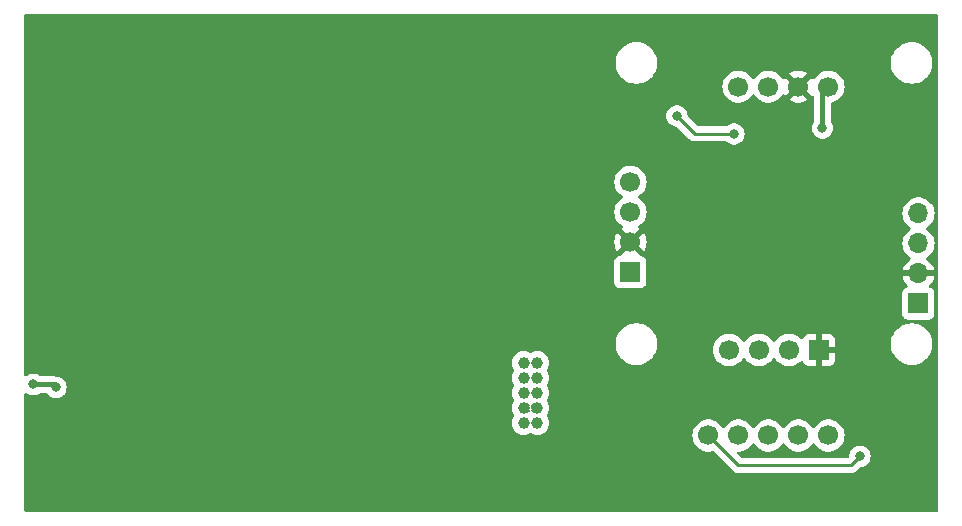
<source format=gbr>
%TF.GenerationSoftware,KiCad,Pcbnew,7.0.11*%
%TF.CreationDate,2024-10-30T13:42:53+11:00*%
%TF.ProjectId,iaq_device,6961715f-6465-4766-9963-652e6b696361,rev?*%
%TF.SameCoordinates,Original*%
%TF.FileFunction,Copper,L2,Bot*%
%TF.FilePolarity,Positive*%
%FSLAX46Y46*%
G04 Gerber Fmt 4.6, Leading zero omitted, Abs format (unit mm)*
G04 Created by KiCad (PCBNEW 7.0.11) date 2024-10-30 13:42:53*
%MOMM*%
%LPD*%
G01*
G04 APERTURE LIST*
%TA.AperFunction,ComponentPad*%
%ADD10R,1.700000X1.700000*%
%TD*%
%TA.AperFunction,ComponentPad*%
%ADD11C,1.700000*%
%TD*%
%TA.AperFunction,ComponentPad*%
%ADD12O,1.700000X1.700000*%
%TD*%
%TA.AperFunction,ComponentPad*%
%ADD13C,1.000000*%
%TD*%
%TA.AperFunction,ViaPad*%
%ADD14C,0.800000*%
%TD*%
%TA.AperFunction,Conductor*%
%ADD15C,0.400000*%
%TD*%
%TA.AperFunction,Conductor*%
%ADD16C,0.254000*%
%TD*%
G04 APERTURE END LIST*
D10*
X166590000Y-102870000D03*
D11*
X164050000Y-102870000D03*
X161510000Y-102870000D03*
X158970000Y-102870000D03*
D10*
X175006000Y-98933000D03*
D12*
X175006000Y-96393000D03*
X175006000Y-93853000D03*
X175006000Y-91313000D03*
D10*
X150622000Y-96266000D03*
D11*
X150622000Y-93726000D03*
X150622000Y-91186000D03*
X150622000Y-88646000D03*
X167386000Y-110109000D03*
X164846000Y-110109000D03*
X162306000Y-110109000D03*
X159766000Y-110109000D03*
X157226000Y-110109000D03*
X167386000Y-80569000D03*
X164846000Y-80569000D03*
X162306000Y-80569000D03*
X159766000Y-80569000D03*
D13*
X142740000Y-109052000D03*
X141580000Y-109052000D03*
X142740000Y-107782000D03*
X141580000Y-107782000D03*
X142740000Y-106512000D03*
X141580000Y-106512000D03*
X142740000Y-105242000D03*
X141580000Y-105242000D03*
X142740000Y-103972000D03*
X141580000Y-103972000D03*
D14*
X144272000Y-79629000D03*
X103632000Y-76962000D03*
X106807000Y-76962000D03*
X106807000Y-79121000D03*
X138049000Y-103378000D03*
X130429000Y-107061000D03*
X169164000Y-101981000D03*
X113030000Y-86995000D03*
X147005574Y-98044000D03*
X112395000Y-114173000D03*
X144272000Y-75819000D03*
X129159000Y-114173000D03*
X124587000Y-82296000D03*
X174244000Y-84582000D03*
X101854000Y-113157000D03*
X150495000Y-84455000D03*
X126619000Y-101346000D03*
X164338000Y-77089000D03*
X155200588Y-98284060D03*
X105918000Y-114173000D03*
X172720000Y-105664000D03*
X129794000Y-104267000D03*
X134747000Y-93599000D03*
X120396000Y-93599000D03*
X167005000Y-106680000D03*
X157226000Y-89281000D03*
X133731000Y-82423000D03*
X122301000Y-114173000D03*
X158877000Y-77089000D03*
X104013000Y-93218000D03*
X102108000Y-103505000D03*
X107315000Y-90424000D03*
X99861000Y-107823000D03*
X147066000Y-102616000D03*
X132080000Y-114173000D03*
X147744827Y-94487671D03*
X172974000Y-114046000D03*
X119634000Y-114173000D03*
X103632000Y-79121000D03*
X145161000Y-107823000D03*
X139319000Y-114173000D03*
X128778000Y-82296000D03*
X100076000Y-105791000D03*
X101981000Y-106045000D03*
X166878000Y-84074000D03*
X159385000Y-84582000D03*
X154559000Y-83058000D03*
X170053000Y-111887002D03*
D15*
X101727000Y-105791000D02*
X101981000Y-106045000D01*
X100076000Y-105791000D02*
X101727000Y-105791000D01*
X166878000Y-84074000D02*
X166878000Y-81077000D01*
X166878000Y-81077000D02*
X167386000Y-80569000D01*
D16*
X156083000Y-84582000D02*
X154559000Y-83058000D01*
X159385000Y-84582000D02*
X156083000Y-84582000D01*
X159766000Y-112649000D02*
X169291002Y-112649000D01*
X157226000Y-110109000D02*
X159766000Y-112649000D01*
X169291002Y-112649000D02*
X170053000Y-111887002D01*
%TA.AperFunction,Conductor*%
G36*
X142055547Y-107498596D02*
G01*
X142085616Y-107562911D01*
X142076139Y-107633272D01*
X142050159Y-107671050D01*
X141939210Y-107781999D01*
X141939210Y-107782001D01*
X142050158Y-107892949D01*
X142084184Y-107955261D01*
X142079119Y-108026076D01*
X142036572Y-108082912D01*
X141970052Y-108107723D01*
X141924488Y-108102619D01*
X141824803Y-108072380D01*
X141777701Y-108058092D01*
X141777700Y-108058091D01*
X141777694Y-108058090D01*
X141714091Y-108051825D01*
X141785610Y-108007543D01*
X141853201Y-107918038D01*
X141883895Y-107810160D01*
X141873546Y-107698479D01*
X141823552Y-107598078D01*
X141740666Y-107522516D01*
X141713993Y-107512183D01*
X141777697Y-107505909D01*
X141777699Y-107505908D01*
X141777701Y-107505908D01*
X141924487Y-107461380D01*
X141995481Y-107460747D01*
X142055547Y-107498596D01*
G37*
%TD.AperFunction*%
%TA.AperFunction,Conductor*%
G36*
X142395508Y-107461379D02*
G01*
X142542299Y-107505908D01*
X142542305Y-107505908D01*
X142542307Y-107505909D01*
X142605909Y-107512173D01*
X142534390Y-107556457D01*
X142466799Y-107645962D01*
X142436105Y-107753840D01*
X142446454Y-107865521D01*
X142496448Y-107965922D01*
X142579334Y-108041484D01*
X142606005Y-108051816D01*
X142542305Y-108058090D01*
X142395511Y-108102619D01*
X142324517Y-108103252D01*
X142264451Y-108065402D01*
X142234383Y-108001087D01*
X142243860Y-107930726D01*
X142269841Y-107892948D01*
X142380790Y-107781999D01*
X142269841Y-107671050D01*
X142235815Y-107608738D01*
X142240880Y-107537923D01*
X142283427Y-107481087D01*
X142349947Y-107456276D01*
X142395508Y-107461379D01*
G37*
%TD.AperFunction*%
%TA.AperFunction,Conductor*%
G36*
X141282287Y-107820554D02*
G01*
X141275859Y-107808783D01*
X141278184Y-107776275D01*
X141282287Y-107820554D01*
G37*
%TD.AperFunction*%
%TA.AperFunction,Conductor*%
G36*
X143044140Y-107755216D02*
G01*
X143041815Y-107787717D01*
X143037712Y-107743446D01*
X143044140Y-107755216D01*
G37*
%TD.AperFunction*%
%TA.AperFunction,Conductor*%
G36*
X176599121Y-74442002D02*
G01*
X176645614Y-74495658D01*
X176657000Y-74548000D01*
X176657000Y-116460000D01*
X176636998Y-116528121D01*
X176583342Y-116574614D01*
X176531000Y-116586000D01*
X147828000Y-116586000D01*
X99440000Y-116586000D01*
X99371879Y-116565998D01*
X99325386Y-116512342D01*
X99314000Y-116460000D01*
X99314000Y-110109000D01*
X155862844Y-110109000D01*
X155881437Y-110333375D01*
X155936702Y-110551612D01*
X155936703Y-110551613D01*
X156027141Y-110757793D01*
X156150275Y-110946265D01*
X156150279Y-110946270D01*
X156302762Y-111111908D01*
X156357331Y-111154381D01*
X156480424Y-111250189D01*
X156678426Y-111357342D01*
X156678427Y-111357342D01*
X156678428Y-111357343D01*
X156790227Y-111395723D01*
X156891365Y-111430444D01*
X157113431Y-111467500D01*
X157113435Y-111467500D01*
X157338565Y-111467500D01*
X157338569Y-111467500D01*
X157560635Y-111430444D01*
X157560645Y-111430440D01*
X157561507Y-111430223D01*
X157561875Y-111430236D01*
X157565776Y-111429586D01*
X157565909Y-111430388D01*
X157632453Y-111432887D01*
X157681539Y-111463271D01*
X159257182Y-113038914D01*
X159267169Y-113051379D01*
X159267393Y-113051194D01*
X159272446Y-113057302D01*
X159322280Y-113104099D01*
X159325124Y-113106856D01*
X159344900Y-113126633D01*
X159344908Y-113126640D01*
X159348119Y-113129131D01*
X159357139Y-113136834D01*
X159389494Y-113167217D01*
X159407335Y-113177025D01*
X159423854Y-113187877D01*
X159439932Y-113200349D01*
X159480650Y-113217969D01*
X159491309Y-113223191D01*
X159530193Y-113244567D01*
X159530194Y-113244567D01*
X159530197Y-113244569D01*
X159549918Y-113249632D01*
X159568620Y-113256037D01*
X159587289Y-113264116D01*
X159587290Y-113264116D01*
X159587292Y-113264117D01*
X159631114Y-113271057D01*
X159642742Y-113273465D01*
X159685718Y-113284500D01*
X159706066Y-113284500D01*
X159725775Y-113286050D01*
X159745879Y-113289235D01*
X159790056Y-113285058D01*
X159801913Y-113284500D01*
X169206932Y-113284500D01*
X169222800Y-113286252D01*
X169222828Y-113285962D01*
X169230720Y-113286708D01*
X169230720Y-113286707D01*
X169230721Y-113286708D01*
X169299014Y-113284562D01*
X169302971Y-113284500D01*
X169330985Y-113284500D01*
X169335015Y-113283990D01*
X169346853Y-113283058D01*
X169391207Y-113281665D01*
X169410753Y-113275985D01*
X169430104Y-113271978D01*
X169450301Y-113269427D01*
X169491557Y-113253092D01*
X169502780Y-113249249D01*
X169545395Y-113236869D01*
X169562909Y-113226510D01*
X169580658Y-113217814D01*
X169599590Y-113210319D01*
X169635496Y-113184230D01*
X169645396Y-113177727D01*
X169683600Y-113155134D01*
X169697986Y-113140747D01*
X169713020Y-113127906D01*
X169729489Y-113115942D01*
X169757784Y-113081737D01*
X169765754Y-113072978D01*
X170006328Y-112832406D01*
X170068640Y-112798381D01*
X170095423Y-112795502D01*
X170148487Y-112795502D01*
X170335288Y-112755796D01*
X170509752Y-112678120D01*
X170664253Y-112565868D01*
X170792040Y-112423946D01*
X170887527Y-112258558D01*
X170946542Y-112076930D01*
X170966504Y-111887002D01*
X170946542Y-111697074D01*
X170887527Y-111515446D01*
X170792040Y-111350058D01*
X170792038Y-111350056D01*
X170792034Y-111350050D01*
X170664255Y-111208137D01*
X170509752Y-111095884D01*
X170335288Y-111018208D01*
X170148487Y-110978502D01*
X169957513Y-110978502D01*
X169770711Y-111018208D01*
X169596247Y-111095884D01*
X169441745Y-111208137D01*
X169441744Y-111208137D01*
X169313965Y-111350050D01*
X169313958Y-111350060D01*
X169218476Y-111515440D01*
X169218473Y-111515446D01*
X169203999Y-111559988D01*
X169159457Y-111697074D01*
X169142425Y-111859132D01*
X169115412Y-111924789D01*
X169106212Y-111935056D01*
X169064675Y-111976594D01*
X169002363Y-112010620D01*
X168975578Y-112013500D01*
X160081423Y-112013500D01*
X160013302Y-111993498D01*
X159992328Y-111976595D01*
X159698328Y-111682595D01*
X159664302Y-111620283D01*
X159669367Y-111549468D01*
X159711914Y-111492632D01*
X159778434Y-111467821D01*
X159787423Y-111467500D01*
X159878565Y-111467500D01*
X159878569Y-111467500D01*
X160100635Y-111430444D01*
X160313574Y-111357342D01*
X160511576Y-111250189D01*
X160689240Y-111111906D01*
X160841722Y-110946268D01*
X160930518Y-110810354D01*
X160984520Y-110764268D01*
X161054868Y-110754692D01*
X161119225Y-110784669D01*
X161141480Y-110810353D01*
X161174607Y-110861058D01*
X161230275Y-110946265D01*
X161230279Y-110946270D01*
X161382762Y-111111908D01*
X161437331Y-111154381D01*
X161560424Y-111250189D01*
X161758426Y-111357342D01*
X161758427Y-111357342D01*
X161758428Y-111357343D01*
X161870227Y-111395723D01*
X161971365Y-111430444D01*
X162193431Y-111467500D01*
X162193435Y-111467500D01*
X162418565Y-111467500D01*
X162418569Y-111467500D01*
X162640635Y-111430444D01*
X162853574Y-111357342D01*
X163051576Y-111250189D01*
X163229240Y-111111906D01*
X163381722Y-110946268D01*
X163470518Y-110810354D01*
X163524520Y-110764268D01*
X163594868Y-110754692D01*
X163659225Y-110784669D01*
X163681480Y-110810353D01*
X163714607Y-110861058D01*
X163770275Y-110946265D01*
X163770279Y-110946270D01*
X163922762Y-111111908D01*
X163977331Y-111154381D01*
X164100424Y-111250189D01*
X164298426Y-111357342D01*
X164298427Y-111357342D01*
X164298428Y-111357343D01*
X164410227Y-111395723D01*
X164511365Y-111430444D01*
X164733431Y-111467500D01*
X164733435Y-111467500D01*
X164958565Y-111467500D01*
X164958569Y-111467500D01*
X165180635Y-111430444D01*
X165393574Y-111357342D01*
X165591576Y-111250189D01*
X165769240Y-111111906D01*
X165921722Y-110946268D01*
X166010518Y-110810354D01*
X166064520Y-110764268D01*
X166134868Y-110754692D01*
X166199225Y-110784669D01*
X166221480Y-110810353D01*
X166254607Y-110861058D01*
X166310275Y-110946265D01*
X166310279Y-110946270D01*
X166462762Y-111111908D01*
X166517331Y-111154381D01*
X166640424Y-111250189D01*
X166838426Y-111357342D01*
X166838427Y-111357342D01*
X166838428Y-111357343D01*
X166950227Y-111395723D01*
X167051365Y-111430444D01*
X167273431Y-111467500D01*
X167273435Y-111467500D01*
X167498565Y-111467500D01*
X167498569Y-111467500D01*
X167720635Y-111430444D01*
X167933574Y-111357342D01*
X168131576Y-111250189D01*
X168309240Y-111111906D01*
X168461722Y-110946268D01*
X168584860Y-110757791D01*
X168675296Y-110551616D01*
X168730564Y-110333368D01*
X168749156Y-110109000D01*
X168730564Y-109884632D01*
X168675296Y-109666384D01*
X168584860Y-109460209D01*
X168571529Y-109439804D01*
X168461724Y-109271734D01*
X168461720Y-109271729D01*
X168309237Y-109106091D01*
X168227382Y-109042381D01*
X168131576Y-108967811D01*
X167933574Y-108860658D01*
X167933572Y-108860657D01*
X167933571Y-108860656D01*
X167720639Y-108787557D01*
X167720630Y-108787555D01*
X167676476Y-108780187D01*
X167498569Y-108750500D01*
X167273431Y-108750500D01*
X167125211Y-108775233D01*
X167051369Y-108787555D01*
X167051360Y-108787557D01*
X166838428Y-108860656D01*
X166838426Y-108860658D01*
X166640426Y-108967810D01*
X166640424Y-108967811D01*
X166462762Y-109106091D01*
X166310279Y-109271729D01*
X166221483Y-109407643D01*
X166167479Y-109453731D01*
X166097131Y-109463306D01*
X166032774Y-109433329D01*
X166010517Y-109407643D01*
X165921720Y-109271729D01*
X165769237Y-109106091D01*
X165687382Y-109042381D01*
X165591576Y-108967811D01*
X165393574Y-108860658D01*
X165393572Y-108860657D01*
X165393571Y-108860656D01*
X165180639Y-108787557D01*
X165180630Y-108787555D01*
X165136476Y-108780187D01*
X164958569Y-108750500D01*
X164733431Y-108750500D01*
X164585211Y-108775233D01*
X164511369Y-108787555D01*
X164511360Y-108787557D01*
X164298428Y-108860656D01*
X164298426Y-108860658D01*
X164100426Y-108967810D01*
X164100424Y-108967811D01*
X163922762Y-109106091D01*
X163770279Y-109271729D01*
X163681483Y-109407643D01*
X163627479Y-109453731D01*
X163557131Y-109463306D01*
X163492774Y-109433329D01*
X163470517Y-109407643D01*
X163381720Y-109271729D01*
X163229237Y-109106091D01*
X163147382Y-109042381D01*
X163051576Y-108967811D01*
X162853574Y-108860658D01*
X162853572Y-108860657D01*
X162853571Y-108860656D01*
X162640639Y-108787557D01*
X162640630Y-108787555D01*
X162596476Y-108780187D01*
X162418569Y-108750500D01*
X162193431Y-108750500D01*
X162045211Y-108775233D01*
X161971369Y-108787555D01*
X161971360Y-108787557D01*
X161758428Y-108860656D01*
X161758426Y-108860658D01*
X161560426Y-108967810D01*
X161560424Y-108967811D01*
X161382762Y-109106091D01*
X161230279Y-109271729D01*
X161141483Y-109407643D01*
X161087479Y-109453731D01*
X161017131Y-109463306D01*
X160952774Y-109433329D01*
X160930517Y-109407643D01*
X160841720Y-109271729D01*
X160689237Y-109106091D01*
X160607382Y-109042381D01*
X160511576Y-108967811D01*
X160313574Y-108860658D01*
X160313572Y-108860657D01*
X160313571Y-108860656D01*
X160100639Y-108787557D01*
X160100630Y-108787555D01*
X160056476Y-108780187D01*
X159878569Y-108750500D01*
X159653431Y-108750500D01*
X159505211Y-108775233D01*
X159431369Y-108787555D01*
X159431360Y-108787557D01*
X159218428Y-108860656D01*
X159218426Y-108860658D01*
X159020426Y-108967810D01*
X159020424Y-108967811D01*
X158842762Y-109106091D01*
X158690279Y-109271729D01*
X158601483Y-109407643D01*
X158547479Y-109453731D01*
X158477131Y-109463306D01*
X158412774Y-109433329D01*
X158390517Y-109407643D01*
X158301720Y-109271729D01*
X158149237Y-109106091D01*
X158067382Y-109042381D01*
X157971576Y-108967811D01*
X157773574Y-108860658D01*
X157773572Y-108860657D01*
X157773571Y-108860656D01*
X157560639Y-108787557D01*
X157560630Y-108787555D01*
X157516476Y-108780187D01*
X157338569Y-108750500D01*
X157113431Y-108750500D01*
X156965211Y-108775233D01*
X156891369Y-108787555D01*
X156891360Y-108787557D01*
X156678428Y-108860656D01*
X156678426Y-108860658D01*
X156480426Y-108967810D01*
X156480424Y-108967811D01*
X156302762Y-109106091D01*
X156150279Y-109271729D01*
X156150275Y-109271734D01*
X156027141Y-109460206D01*
X155936703Y-109666386D01*
X155936702Y-109666387D01*
X155881437Y-109884624D01*
X155881436Y-109884630D01*
X155881436Y-109884632D01*
X155872851Y-109988240D01*
X155862844Y-110109000D01*
X99314000Y-110109000D01*
X99314000Y-109052003D01*
X140566620Y-109052003D01*
X140586090Y-109249694D01*
X140586091Y-109249700D01*
X140586092Y-109249701D01*
X140643759Y-109439804D01*
X140737405Y-109615004D01*
X140863432Y-109768568D01*
X141016996Y-109894595D01*
X141192196Y-109988241D01*
X141382299Y-110045908D01*
X141382303Y-110045908D01*
X141382305Y-110045909D01*
X141579997Y-110065380D01*
X141580000Y-110065380D01*
X141580003Y-110065380D01*
X141777694Y-110045909D01*
X141777695Y-110045908D01*
X141777701Y-110045908D01*
X141967804Y-109988241D01*
X142100604Y-109917257D01*
X142170110Y-109902786D01*
X142219395Y-109917257D01*
X142352196Y-109988241D01*
X142542299Y-110045908D01*
X142542303Y-110045908D01*
X142542305Y-110045909D01*
X142739997Y-110065380D01*
X142740000Y-110065380D01*
X142740003Y-110065380D01*
X142937694Y-110045909D01*
X142937695Y-110045908D01*
X142937701Y-110045908D01*
X143127804Y-109988241D01*
X143303004Y-109894595D01*
X143456568Y-109768568D01*
X143582595Y-109615004D01*
X143676241Y-109439804D01*
X143733908Y-109249701D01*
X143748053Y-109106091D01*
X143753380Y-109052003D01*
X143753380Y-109051996D01*
X143733909Y-108854305D01*
X143733908Y-108854303D01*
X143733908Y-108854299D01*
X143676241Y-108664196D01*
X143582595Y-108488996D01*
X143582589Y-108488989D01*
X143580960Y-108486550D01*
X143580496Y-108485070D01*
X143579677Y-108483537D01*
X143579967Y-108483381D01*
X143559744Y-108418797D01*
X143578526Y-108350330D01*
X143580964Y-108346536D01*
X143582179Y-108344716D01*
X143675774Y-108169614D01*
X143675780Y-108169599D01*
X143733414Y-107979606D01*
X143733416Y-107979595D01*
X143752877Y-107782003D01*
X143752877Y-107781996D01*
X143733416Y-107584404D01*
X143733414Y-107584393D01*
X143675780Y-107394400D01*
X143675774Y-107394385D01*
X143582175Y-107219274D01*
X143580960Y-107217456D01*
X143580616Y-107216357D01*
X143579258Y-107213817D01*
X143579739Y-107213559D01*
X143559744Y-107149704D01*
X143578526Y-107081236D01*
X143580964Y-107077443D01*
X143582585Y-107075014D01*
X143582595Y-107075004D01*
X143676241Y-106899804D01*
X143733908Y-106709701D01*
X143738824Y-106659794D01*
X143753380Y-106512003D01*
X143753380Y-106511996D01*
X143733909Y-106314305D01*
X143733908Y-106314303D01*
X143733908Y-106314299D01*
X143676241Y-106124196D01*
X143582595Y-105948996D01*
X143582587Y-105948987D01*
X143581265Y-105947007D01*
X143580887Y-105945801D01*
X143579677Y-105943537D01*
X143580106Y-105943307D01*
X143560047Y-105879256D01*
X143578827Y-105810788D01*
X143581265Y-105806993D01*
X143582584Y-105805017D01*
X143582595Y-105805004D01*
X143676241Y-105629804D01*
X143733908Y-105439701D01*
X143753380Y-105242000D01*
X143741896Y-105125400D01*
X143733909Y-105044305D01*
X143733908Y-105044303D01*
X143733908Y-105044299D01*
X143676241Y-104854196D01*
X143582595Y-104678996D01*
X143582587Y-104678987D01*
X143581265Y-104677007D01*
X143580887Y-104675801D01*
X143579677Y-104673537D01*
X143580106Y-104673307D01*
X143560047Y-104609256D01*
X143578827Y-104540788D01*
X143581265Y-104536993D01*
X143582584Y-104535017D01*
X143582595Y-104535004D01*
X143676241Y-104359804D01*
X143733908Y-104169701D01*
X143738967Y-104118343D01*
X143753380Y-103972003D01*
X143753380Y-103971996D01*
X143733909Y-103774305D01*
X143733908Y-103774303D01*
X143733908Y-103774299D01*
X143676241Y-103584196D01*
X143582595Y-103408996D01*
X143456568Y-103255432D01*
X143303004Y-103129405D01*
X143127804Y-103035759D01*
X142937701Y-102978092D01*
X142937700Y-102978091D01*
X142937694Y-102978090D01*
X142740003Y-102958620D01*
X142739997Y-102958620D01*
X142542305Y-102978090D01*
X142352194Y-103035759D01*
X142352191Y-103035760D01*
X142219395Y-103106741D01*
X142149889Y-103121213D01*
X142100605Y-103106741D01*
X141967808Y-103035760D01*
X141967805Y-103035759D01*
X141777694Y-102978090D01*
X141580003Y-102958620D01*
X141579997Y-102958620D01*
X141382305Y-102978090D01*
X141192195Y-103035759D01*
X141016995Y-103129405D01*
X140863432Y-103255432D01*
X140737405Y-103408995D01*
X140643759Y-103584195D01*
X140586090Y-103774305D01*
X140566620Y-103971996D01*
X140566620Y-103972003D01*
X140586090Y-104169694D01*
X140586091Y-104169700D01*
X140586092Y-104169701D01*
X140643759Y-104359804D01*
X140737407Y-104535008D01*
X140738740Y-104537003D01*
X140739116Y-104538206D01*
X140740323Y-104540463D01*
X140739894Y-104540691D01*
X140759952Y-104604757D01*
X140741166Y-104673223D01*
X140738740Y-104676997D01*
X140737407Y-104678991D01*
X140643759Y-104854195D01*
X140586090Y-105044305D01*
X140566620Y-105241996D01*
X140566620Y-105242003D01*
X140586090Y-105439694D01*
X140643759Y-105629804D01*
X140737407Y-105805008D01*
X140738740Y-105807003D01*
X140739116Y-105808206D01*
X140740323Y-105810463D01*
X140739894Y-105810691D01*
X140759952Y-105874757D01*
X140741166Y-105943223D01*
X140738740Y-105946997D01*
X140737407Y-105948991D01*
X140643759Y-106124195D01*
X140586090Y-106314305D01*
X140566620Y-106511996D01*
X140566620Y-106512003D01*
X140586090Y-106709694D01*
X140643759Y-106899804D01*
X140737406Y-107075007D01*
X140739041Y-107077453D01*
X140739503Y-107078929D01*
X140740323Y-107080463D01*
X140740032Y-107080618D01*
X140760255Y-107145206D01*
X140741471Y-107213672D01*
X140739046Y-107217446D01*
X140737826Y-107219271D01*
X140644225Y-107394385D01*
X140644219Y-107394400D01*
X140586585Y-107584393D01*
X140586583Y-107584404D01*
X140567123Y-107781996D01*
X140567123Y-107782003D01*
X140586583Y-107979595D01*
X140586585Y-107979606D01*
X140644219Y-108169599D01*
X140644225Y-108169614D01*
X140737821Y-108344718D01*
X140739037Y-108346538D01*
X140739381Y-108347637D01*
X140740742Y-108350183D01*
X140740259Y-108350441D01*
X140760255Y-108414290D01*
X140741475Y-108482758D01*
X140739050Y-108486533D01*
X140737406Y-108488993D01*
X140643759Y-108664195D01*
X140586090Y-108854305D01*
X140566620Y-109051996D01*
X140566620Y-109052003D01*
X99314000Y-109052003D01*
X99314000Y-106607630D01*
X99334002Y-106539509D01*
X99387658Y-106493016D01*
X99457932Y-106482912D01*
X99514057Y-106505691D01*
X99619248Y-106582118D01*
X99793712Y-106659794D01*
X99980513Y-106699500D01*
X100171487Y-106699500D01*
X100358288Y-106659794D01*
X100532752Y-106582118D01*
X100613344Y-106523563D01*
X100680212Y-106499706D01*
X100687405Y-106499500D01*
X101121614Y-106499500D01*
X101189735Y-106519502D01*
X101230733Y-106562500D01*
X101241957Y-106581941D01*
X101241960Y-106581944D01*
X101369744Y-106723864D01*
X101369747Y-106723866D01*
X101524248Y-106836118D01*
X101698712Y-106913794D01*
X101885513Y-106953500D01*
X102076487Y-106953500D01*
X102263288Y-106913794D01*
X102437752Y-106836118D01*
X102592253Y-106723866D01*
X102649945Y-106659793D01*
X102720034Y-106581951D01*
X102720035Y-106581949D01*
X102720040Y-106581944D01*
X102815527Y-106416556D01*
X102874542Y-106234928D01*
X102894504Y-106045000D01*
X102874542Y-105855072D01*
X102815527Y-105673444D01*
X102720040Y-105508056D01*
X102720038Y-105508054D01*
X102720034Y-105508048D01*
X102592255Y-105366135D01*
X102437752Y-105253882D01*
X102263288Y-105176206D01*
X102076487Y-105136500D01*
X102026123Y-105136500D01*
X101974412Y-105125400D01*
X101939330Y-105109611D01*
X101935005Y-105108818D01*
X101929286Y-105107770D01*
X101907336Y-105101650D01*
X101897801Y-105098035D01*
X101897800Y-105098034D01*
X101897798Y-105098034D01*
X101897794Y-105098033D01*
X101837433Y-105090704D01*
X101829914Y-105089559D01*
X101803084Y-105084643D01*
X101770094Y-105078598D01*
X101770093Y-105078598D01*
X101719132Y-105081680D01*
X101709390Y-105082270D01*
X101701782Y-105082500D01*
X100687405Y-105082500D01*
X100619284Y-105062498D01*
X100613344Y-105058436D01*
X100532752Y-104999882D01*
X100358288Y-104922206D01*
X100171487Y-104882500D01*
X99980513Y-104882500D01*
X99793711Y-104922206D01*
X99619247Y-104999882D01*
X99514061Y-105076305D01*
X99447193Y-105100164D01*
X99378042Y-105084083D01*
X99328561Y-105033169D01*
X99314000Y-104974369D01*
X99314000Y-102501182D01*
X149379500Y-102501182D01*
X149401224Y-102645311D01*
X149418604Y-102760619D01*
X149495933Y-103011314D01*
X149495938Y-103011327D01*
X149609773Y-103247706D01*
X149609777Y-103247713D01*
X149719739Y-103408996D01*
X149757567Y-103464479D01*
X149936019Y-103656805D01*
X150141143Y-103820386D01*
X150141146Y-103820388D01*
X150368352Y-103951566D01*
X150368356Y-103951567D01*
X150368357Y-103951568D01*
X150612584Y-104047420D01*
X150868370Y-104105802D01*
X151064506Y-104120500D01*
X151064507Y-104120500D01*
X151195493Y-104120500D01*
X151195494Y-104120500D01*
X151391630Y-104105802D01*
X151647416Y-104047420D01*
X151891643Y-103951568D01*
X151891645Y-103951566D01*
X151891647Y-103951566D01*
X152103776Y-103829093D01*
X152118857Y-103820386D01*
X152323981Y-103656805D01*
X152502433Y-103464479D01*
X152650228Y-103247704D01*
X152764063Y-103011323D01*
X152764066Y-103011314D01*
X152807656Y-102870000D01*
X157606844Y-102870000D01*
X157624232Y-103079844D01*
X157625437Y-103094375D01*
X157680702Y-103312612D01*
X157680703Y-103312613D01*
X157680704Y-103312616D01*
X157722980Y-103408996D01*
X157771141Y-103518793D01*
X157894275Y-103707265D01*
X157894279Y-103707270D01*
X158046762Y-103872908D01*
X158101331Y-103915381D01*
X158224424Y-104011189D01*
X158422426Y-104118342D01*
X158422427Y-104118342D01*
X158422428Y-104118343D01*
X158534227Y-104156723D01*
X158635365Y-104191444D01*
X158857431Y-104228500D01*
X158857435Y-104228500D01*
X159082565Y-104228500D01*
X159082569Y-104228500D01*
X159304635Y-104191444D01*
X159517574Y-104118342D01*
X159715576Y-104011189D01*
X159893240Y-103872906D01*
X160045722Y-103707268D01*
X160134518Y-103571354D01*
X160188520Y-103525268D01*
X160258868Y-103515692D01*
X160323225Y-103545669D01*
X160345480Y-103571353D01*
X160378607Y-103622058D01*
X160434275Y-103707265D01*
X160434279Y-103707270D01*
X160586762Y-103872908D01*
X160641331Y-103915381D01*
X160764424Y-104011189D01*
X160962426Y-104118342D01*
X160962427Y-104118342D01*
X160962428Y-104118343D01*
X161074227Y-104156723D01*
X161175365Y-104191444D01*
X161397431Y-104228500D01*
X161397435Y-104228500D01*
X161622565Y-104228500D01*
X161622569Y-104228500D01*
X161844635Y-104191444D01*
X162057574Y-104118342D01*
X162255576Y-104011189D01*
X162433240Y-103872906D01*
X162585722Y-103707268D01*
X162674518Y-103571354D01*
X162728520Y-103525268D01*
X162798868Y-103515692D01*
X162863225Y-103545669D01*
X162885480Y-103571353D01*
X162918607Y-103622058D01*
X162974275Y-103707265D01*
X162974279Y-103707270D01*
X163126762Y-103872908D01*
X163181331Y-103915381D01*
X163304424Y-104011189D01*
X163502426Y-104118342D01*
X163502427Y-104118342D01*
X163502428Y-104118343D01*
X163614227Y-104156723D01*
X163715365Y-104191444D01*
X163937431Y-104228500D01*
X163937435Y-104228500D01*
X164162565Y-104228500D01*
X164162569Y-104228500D01*
X164384635Y-104191444D01*
X164597574Y-104118342D01*
X164795576Y-104011189D01*
X164973240Y-103872906D01*
X165034626Y-103806222D01*
X165095476Y-103769654D01*
X165166441Y-103771787D01*
X165224986Y-103811949D01*
X165245380Y-103847529D01*
X165289553Y-103965961D01*
X165289555Y-103965965D01*
X165377095Y-104082904D01*
X165494034Y-104170444D01*
X165630906Y-104221494D01*
X165691402Y-104227999D01*
X165691415Y-104228000D01*
X166336000Y-104228000D01*
X166336000Y-103303674D01*
X166447685Y-103354680D01*
X166554237Y-103370000D01*
X166625763Y-103370000D01*
X166732315Y-103354680D01*
X166844000Y-103303674D01*
X166844000Y-104228000D01*
X167488585Y-104228000D01*
X167488597Y-104227999D01*
X167549093Y-104221494D01*
X167685964Y-104170444D01*
X167685965Y-104170444D01*
X167802904Y-104082904D01*
X167890444Y-103965965D01*
X167890444Y-103965964D01*
X167941494Y-103829093D01*
X167947999Y-103768597D01*
X167948000Y-103768585D01*
X167948000Y-103124000D01*
X167021116Y-103124000D01*
X167049493Y-103079844D01*
X167090000Y-102941889D01*
X167090000Y-102798111D01*
X167049493Y-102660156D01*
X167021116Y-102616000D01*
X167948000Y-102616000D01*
X167948000Y-102501182D01*
X172679500Y-102501182D01*
X172701224Y-102645311D01*
X172718604Y-102760619D01*
X172795933Y-103011314D01*
X172795938Y-103011327D01*
X172909773Y-103247706D01*
X172909777Y-103247713D01*
X173019739Y-103408996D01*
X173057567Y-103464479D01*
X173236019Y-103656805D01*
X173441143Y-103820386D01*
X173441146Y-103820388D01*
X173668352Y-103951566D01*
X173668356Y-103951567D01*
X173668357Y-103951568D01*
X173912584Y-104047420D01*
X174168370Y-104105802D01*
X174364506Y-104120500D01*
X174364507Y-104120500D01*
X174495493Y-104120500D01*
X174495494Y-104120500D01*
X174691630Y-104105802D01*
X174947416Y-104047420D01*
X175191643Y-103951568D01*
X175191645Y-103951566D01*
X175191647Y-103951566D01*
X175403776Y-103829093D01*
X175418857Y-103820386D01*
X175623981Y-103656805D01*
X175802433Y-103464479D01*
X175950228Y-103247704D01*
X176064063Y-103011323D01*
X176064066Y-103011314D01*
X176141395Y-102760619D01*
X176158728Y-102645624D01*
X176180500Y-102501182D01*
X176180500Y-102238818D01*
X176141396Y-101979385D01*
X176141395Y-101979383D01*
X176141395Y-101979380D01*
X176064066Y-101728685D01*
X176064061Y-101728672D01*
X175977321Y-101548555D01*
X175950228Y-101492296D01*
X175950226Y-101492293D01*
X175950222Y-101492286D01*
X175802437Y-101275527D01*
X175802433Y-101275521D01*
X175623981Y-101083195D01*
X175418857Y-100919614D01*
X175418852Y-100919611D01*
X175418853Y-100919611D01*
X175191647Y-100788433D01*
X175191639Y-100788430D01*
X174947419Y-100692581D01*
X174947417Y-100692580D01*
X174691633Y-100634198D01*
X174544528Y-100623174D01*
X174495494Y-100619500D01*
X174364506Y-100619500D01*
X174325278Y-100622439D01*
X174168366Y-100634198D01*
X173912582Y-100692580D01*
X173912580Y-100692581D01*
X173668360Y-100788430D01*
X173668352Y-100788433D01*
X173441146Y-100919611D01*
X173236018Y-101083195D01*
X173057566Y-101275522D01*
X173057562Y-101275527D01*
X172909777Y-101492286D01*
X172909773Y-101492293D01*
X172795938Y-101728672D01*
X172795933Y-101728685D01*
X172718604Y-101979380D01*
X172696879Y-102123514D01*
X172679500Y-102238818D01*
X172679500Y-102501182D01*
X167948000Y-102501182D01*
X167948000Y-101971414D01*
X167947999Y-101971402D01*
X167941494Y-101910906D01*
X167890444Y-101774035D01*
X167890444Y-101774034D01*
X167802904Y-101657095D01*
X167685965Y-101569555D01*
X167549093Y-101518505D01*
X167488597Y-101512000D01*
X166844000Y-101512000D01*
X166844000Y-102436325D01*
X166732315Y-102385320D01*
X166625763Y-102370000D01*
X166554237Y-102370000D01*
X166447685Y-102385320D01*
X166336000Y-102436325D01*
X166336000Y-101512000D01*
X165691402Y-101512000D01*
X165630906Y-101518505D01*
X165494035Y-101569555D01*
X165494034Y-101569555D01*
X165377095Y-101657095D01*
X165289555Y-101774034D01*
X165289553Y-101774039D01*
X165245380Y-101892470D01*
X165202833Y-101949306D01*
X165136313Y-101974116D01*
X165066939Y-101959024D01*
X165034626Y-101933777D01*
X164973240Y-101867094D01*
X164973239Y-101867093D01*
X164973237Y-101867091D01*
X164853679Y-101774035D01*
X164795576Y-101728811D01*
X164597574Y-101621658D01*
X164597572Y-101621657D01*
X164597571Y-101621656D01*
X164384639Y-101548557D01*
X164384630Y-101548555D01*
X164340476Y-101541187D01*
X164162569Y-101511500D01*
X163937431Y-101511500D01*
X163789211Y-101536233D01*
X163715369Y-101548555D01*
X163715360Y-101548557D01*
X163502428Y-101621656D01*
X163502426Y-101621658D01*
X163304426Y-101728810D01*
X163304424Y-101728811D01*
X163126762Y-101867091D01*
X162974279Y-102032729D01*
X162885483Y-102168643D01*
X162831479Y-102214731D01*
X162761131Y-102224306D01*
X162696774Y-102194329D01*
X162674517Y-102168643D01*
X162585720Y-102032729D01*
X162433237Y-101867091D01*
X162313679Y-101774035D01*
X162255576Y-101728811D01*
X162057574Y-101621658D01*
X162057572Y-101621657D01*
X162057571Y-101621656D01*
X161844639Y-101548557D01*
X161844630Y-101548555D01*
X161800476Y-101541187D01*
X161622569Y-101511500D01*
X161397431Y-101511500D01*
X161249211Y-101536233D01*
X161175369Y-101548555D01*
X161175360Y-101548557D01*
X160962428Y-101621656D01*
X160962426Y-101621658D01*
X160764426Y-101728810D01*
X160764424Y-101728811D01*
X160586762Y-101867091D01*
X160434279Y-102032729D01*
X160345483Y-102168643D01*
X160291479Y-102214731D01*
X160221131Y-102224306D01*
X160156774Y-102194329D01*
X160134517Y-102168643D01*
X160045720Y-102032729D01*
X159893237Y-101867091D01*
X159773679Y-101774035D01*
X159715576Y-101728811D01*
X159517574Y-101621658D01*
X159517572Y-101621657D01*
X159517571Y-101621656D01*
X159304639Y-101548557D01*
X159304630Y-101548555D01*
X159260476Y-101541187D01*
X159082569Y-101511500D01*
X158857431Y-101511500D01*
X158709211Y-101536233D01*
X158635369Y-101548555D01*
X158635360Y-101548557D01*
X158422428Y-101621656D01*
X158422426Y-101621658D01*
X158224426Y-101728810D01*
X158224424Y-101728811D01*
X158046762Y-101867091D01*
X157894279Y-102032729D01*
X157894275Y-102032734D01*
X157771141Y-102221206D01*
X157680703Y-102427386D01*
X157680702Y-102427387D01*
X157625437Y-102645624D01*
X157625436Y-102645630D01*
X157625436Y-102645632D01*
X157606844Y-102870000D01*
X152807656Y-102870000D01*
X152841395Y-102760619D01*
X152858728Y-102645624D01*
X152880500Y-102501182D01*
X152880500Y-102238818D01*
X152841396Y-101979385D01*
X152841395Y-101979383D01*
X152841395Y-101979380D01*
X152764066Y-101728685D01*
X152764061Y-101728672D01*
X152677321Y-101548555D01*
X152650228Y-101492296D01*
X152650226Y-101492293D01*
X152650222Y-101492286D01*
X152502437Y-101275527D01*
X152502433Y-101275521D01*
X152323981Y-101083195D01*
X152118857Y-100919614D01*
X152118852Y-100919611D01*
X152118853Y-100919611D01*
X151891647Y-100788433D01*
X151891639Y-100788430D01*
X151647419Y-100692581D01*
X151647417Y-100692580D01*
X151391633Y-100634198D01*
X151244528Y-100623174D01*
X151195494Y-100619500D01*
X151064506Y-100619500D01*
X151025278Y-100622439D01*
X150868366Y-100634198D01*
X150612582Y-100692580D01*
X150612580Y-100692581D01*
X150368360Y-100788430D01*
X150368352Y-100788433D01*
X150141146Y-100919611D01*
X149936018Y-101083195D01*
X149757566Y-101275522D01*
X149757562Y-101275527D01*
X149609777Y-101492286D01*
X149609773Y-101492293D01*
X149495938Y-101728672D01*
X149495933Y-101728685D01*
X149418604Y-101979380D01*
X149396879Y-102123514D01*
X149379500Y-102238818D01*
X149379500Y-102501182D01*
X99314000Y-102501182D01*
X99314000Y-91186000D01*
X149258844Y-91186000D01*
X149277437Y-91410375D01*
X149332702Y-91628612D01*
X149332703Y-91628613D01*
X149423141Y-91834793D01*
X149546275Y-92023265D01*
X149546279Y-92023270D01*
X149698762Y-92188908D01*
X149753331Y-92231381D01*
X149876424Y-92327189D01*
X149910205Y-92345470D01*
X149960596Y-92395482D01*
X149975949Y-92464799D01*
X149951389Y-92531412D01*
X149910208Y-92567097D01*
X149876700Y-92585230D01*
X149876693Y-92585235D01*
X149856311Y-92601099D01*
X149856310Y-92601100D01*
X150494412Y-93239202D01*
X150479685Y-93241320D01*
X150348900Y-93301048D01*
X150240239Y-93395202D01*
X150162507Y-93516156D01*
X150137639Y-93600849D01*
X149498921Y-92962131D01*
X149498920Y-92962132D01*
X149423586Y-93077439D01*
X149423579Y-93077453D01*
X149333179Y-93283543D01*
X149333176Y-93283550D01*
X149277932Y-93501707D01*
X149259346Y-93726000D01*
X149277932Y-93950292D01*
X149333176Y-94168449D01*
X149333179Y-94168456D01*
X149423580Y-94374548D01*
X149498921Y-94489866D01*
X150137638Y-93851149D01*
X150162507Y-93935844D01*
X150240239Y-94056798D01*
X150348900Y-94150952D01*
X150479685Y-94210680D01*
X150494411Y-94212797D01*
X149836614Y-94870595D01*
X149774302Y-94904621D01*
X149747519Y-94907500D01*
X149723350Y-94907500D01*
X149662803Y-94914009D01*
X149662795Y-94914011D01*
X149525797Y-94965110D01*
X149525792Y-94965112D01*
X149408738Y-95052738D01*
X149321112Y-95169792D01*
X149321110Y-95169797D01*
X149270011Y-95306795D01*
X149270009Y-95306803D01*
X149263500Y-95367350D01*
X149263500Y-97164649D01*
X149270009Y-97225196D01*
X149270011Y-97225204D01*
X149321110Y-97362202D01*
X149321112Y-97362207D01*
X149408738Y-97479261D01*
X149525792Y-97566887D01*
X149525794Y-97566888D01*
X149525796Y-97566889D01*
X149584875Y-97588924D01*
X149662795Y-97617988D01*
X149662803Y-97617990D01*
X149723350Y-97624499D01*
X149723355Y-97624499D01*
X149723362Y-97624500D01*
X149723368Y-97624500D01*
X151520632Y-97624500D01*
X151520638Y-97624500D01*
X151520645Y-97624499D01*
X151520649Y-97624499D01*
X151581196Y-97617990D01*
X151581199Y-97617989D01*
X151581201Y-97617989D01*
X151718204Y-97566889D01*
X151835261Y-97479261D01*
X151922889Y-97362204D01*
X151973989Y-97225201D01*
X151980500Y-97164638D01*
X151980500Y-95367362D01*
X151980499Y-95367350D01*
X151973990Y-95306803D01*
X151973988Y-95306795D01*
X151928218Y-95184083D01*
X151922889Y-95169796D01*
X151922888Y-95169794D01*
X151922887Y-95169792D01*
X151835261Y-95052738D01*
X151718207Y-94965112D01*
X151718202Y-94965110D01*
X151581204Y-94914011D01*
X151581196Y-94914009D01*
X151520649Y-94907500D01*
X151520638Y-94907500D01*
X151496480Y-94907500D01*
X151428359Y-94887498D01*
X151407384Y-94870595D01*
X150749587Y-94212797D01*
X150764315Y-94210680D01*
X150895100Y-94150952D01*
X151003761Y-94056798D01*
X151081493Y-93935844D01*
X151106361Y-93851150D01*
X151745077Y-94489866D01*
X151820419Y-94374548D01*
X151910820Y-94168456D01*
X151910823Y-94168449D01*
X151966067Y-93950292D01*
X151974129Y-93853000D01*
X173642844Y-93853000D01*
X173659731Y-94056798D01*
X173661437Y-94077375D01*
X173716702Y-94295612D01*
X173716703Y-94295613D01*
X173807141Y-94501793D01*
X173930275Y-94690265D01*
X173930279Y-94690270D01*
X174082762Y-94855908D01*
X174101632Y-94870595D01*
X174260424Y-94994189D01*
X174294205Y-95012470D01*
X174344596Y-95062482D01*
X174359949Y-95131799D01*
X174335389Y-95198412D01*
X174294209Y-95234096D01*
X174260704Y-95252228D01*
X174260698Y-95252232D01*
X174083097Y-95390465D01*
X173930674Y-95556041D01*
X173807580Y-95744451D01*
X173717179Y-95950543D01*
X173717176Y-95950550D01*
X173669455Y-96138999D01*
X173669456Y-96139000D01*
X174574884Y-96139000D01*
X174546507Y-96183156D01*
X174506000Y-96321111D01*
X174506000Y-96464889D01*
X174546507Y-96602844D01*
X174574884Y-96647000D01*
X173669455Y-96647000D01*
X173717176Y-96835449D01*
X173717179Y-96835456D01*
X173807580Y-97041548D01*
X173930674Y-97229958D01*
X174073981Y-97385632D01*
X174105401Y-97449297D01*
X174097414Y-97519843D01*
X174052555Y-97574872D01*
X174025313Y-97589024D01*
X173909795Y-97632111D01*
X173909792Y-97632112D01*
X173792738Y-97719738D01*
X173705112Y-97836792D01*
X173705110Y-97836797D01*
X173654011Y-97973795D01*
X173654009Y-97973803D01*
X173647500Y-98034350D01*
X173647500Y-99831649D01*
X173654009Y-99892196D01*
X173654011Y-99892204D01*
X173705110Y-100029202D01*
X173705112Y-100029207D01*
X173792738Y-100146261D01*
X173909792Y-100233887D01*
X173909794Y-100233888D01*
X173909796Y-100233889D01*
X173968875Y-100255924D01*
X174046795Y-100284988D01*
X174046803Y-100284990D01*
X174107350Y-100291499D01*
X174107355Y-100291499D01*
X174107362Y-100291500D01*
X174107368Y-100291500D01*
X175904632Y-100291500D01*
X175904638Y-100291500D01*
X175904645Y-100291499D01*
X175904649Y-100291499D01*
X175965196Y-100284990D01*
X175965199Y-100284989D01*
X175965201Y-100284989D01*
X176102204Y-100233889D01*
X176219261Y-100146261D01*
X176306889Y-100029204D01*
X176357989Y-99892201D01*
X176364500Y-99831638D01*
X176364500Y-98034362D01*
X176364499Y-98034350D01*
X176357990Y-97973803D01*
X176357988Y-97973795D01*
X176306889Y-97836797D01*
X176306887Y-97836792D01*
X176219261Y-97719738D01*
X176102207Y-97632112D01*
X176102204Y-97632111D01*
X175986686Y-97589024D01*
X175929851Y-97546477D01*
X175905041Y-97479957D01*
X175920133Y-97410583D01*
X175938019Y-97385632D01*
X176081323Y-97229961D01*
X176204419Y-97041548D01*
X176294820Y-96835456D01*
X176294823Y-96835449D01*
X176342544Y-96647000D01*
X175437116Y-96647000D01*
X175465493Y-96602844D01*
X175506000Y-96464889D01*
X175506000Y-96321111D01*
X175465493Y-96183156D01*
X175437116Y-96139000D01*
X176342544Y-96139000D01*
X176342544Y-96138999D01*
X176294823Y-95950550D01*
X176294820Y-95950543D01*
X176204419Y-95744451D01*
X176081325Y-95556041D01*
X175928902Y-95390465D01*
X175751301Y-95252232D01*
X175751300Y-95252231D01*
X175717791Y-95234097D01*
X175667401Y-95184083D01*
X175652050Y-95114766D01*
X175676612Y-95048153D01*
X175717790Y-95012472D01*
X175751576Y-94994189D01*
X175929240Y-94855906D01*
X176081722Y-94690268D01*
X176204860Y-94501791D01*
X176295296Y-94295616D01*
X176350564Y-94077368D01*
X176369156Y-93853000D01*
X176350564Y-93628632D01*
X176295296Y-93410384D01*
X176204860Y-93204209D01*
X176198140Y-93193924D01*
X176081724Y-93015734D01*
X176081720Y-93015729D01*
X175929237Y-92850091D01*
X175847382Y-92786381D01*
X175751576Y-92711811D01*
X175718319Y-92693813D01*
X175667929Y-92643802D01*
X175652576Y-92574485D01*
X175677136Y-92507872D01*
X175718320Y-92472186D01*
X175731970Y-92464799D01*
X175751576Y-92454189D01*
X175929240Y-92315906D01*
X176081722Y-92150268D01*
X176204860Y-91961791D01*
X176295296Y-91755616D01*
X176350564Y-91537368D01*
X176369156Y-91313000D01*
X176350564Y-91088632D01*
X176295296Y-90870384D01*
X176204860Y-90664209D01*
X176121885Y-90537206D01*
X176081724Y-90475734D01*
X176081720Y-90475729D01*
X175929237Y-90310091D01*
X175847382Y-90246381D01*
X175751576Y-90171811D01*
X175553574Y-90064658D01*
X175553572Y-90064657D01*
X175553571Y-90064656D01*
X175340639Y-89991557D01*
X175340630Y-89991555D01*
X175296476Y-89984187D01*
X175118569Y-89954500D01*
X174893431Y-89954500D01*
X174745211Y-89979233D01*
X174671369Y-89991555D01*
X174671360Y-89991557D01*
X174458428Y-90064656D01*
X174458426Y-90064658D01*
X174260426Y-90171810D01*
X174260424Y-90171811D01*
X174082762Y-90310091D01*
X173930279Y-90475729D01*
X173930275Y-90475734D01*
X173807141Y-90664206D01*
X173716703Y-90870386D01*
X173716702Y-90870387D01*
X173661437Y-91088624D01*
X173642844Y-91313000D01*
X173661437Y-91537375D01*
X173716702Y-91755612D01*
X173716703Y-91755613D01*
X173807141Y-91961793D01*
X173930275Y-92150265D01*
X173930279Y-92150270D01*
X174082762Y-92315908D01*
X174097255Y-92327188D01*
X174260424Y-92454189D01*
X174293680Y-92472186D01*
X174344071Y-92522200D01*
X174359423Y-92591516D01*
X174334862Y-92658129D01*
X174293680Y-92693813D01*
X174260426Y-92711810D01*
X174260424Y-92711811D01*
X174082762Y-92850091D01*
X173930279Y-93015729D01*
X173930275Y-93015734D01*
X173807141Y-93204206D01*
X173716703Y-93410386D01*
X173716702Y-93410387D01*
X173661437Y-93628624D01*
X173661436Y-93628630D01*
X173661436Y-93628632D01*
X173642844Y-93853000D01*
X151974129Y-93853000D01*
X151984653Y-93726000D01*
X151966067Y-93501707D01*
X151910823Y-93283550D01*
X151910820Y-93283543D01*
X151820419Y-93077451D01*
X151745077Y-92962132D01*
X151106360Y-93600848D01*
X151081493Y-93516156D01*
X151003761Y-93395202D01*
X150895100Y-93301048D01*
X150764315Y-93241320D01*
X150749586Y-93239202D01*
X151387688Y-92601100D01*
X151387687Y-92601099D01*
X151367308Y-92585237D01*
X151367298Y-92585231D01*
X151333791Y-92567097D01*
X151283401Y-92517083D01*
X151268050Y-92447766D01*
X151292612Y-92381153D01*
X151333790Y-92345472D01*
X151367576Y-92327189D01*
X151545240Y-92188906D01*
X151697722Y-92023268D01*
X151820860Y-91834791D01*
X151911296Y-91628616D01*
X151966564Y-91410368D01*
X151985156Y-91186000D01*
X151966564Y-90961632D01*
X151911296Y-90743384D01*
X151820860Y-90537209D01*
X151814140Y-90526924D01*
X151697724Y-90348734D01*
X151697720Y-90348729D01*
X151545237Y-90183091D01*
X151463382Y-90119381D01*
X151367576Y-90044811D01*
X151334319Y-90026813D01*
X151283929Y-89976802D01*
X151268576Y-89907485D01*
X151293136Y-89840872D01*
X151334320Y-89805186D01*
X151367576Y-89787189D01*
X151545240Y-89648906D01*
X151697722Y-89483268D01*
X151820860Y-89294791D01*
X151911296Y-89088616D01*
X151966564Y-88870368D01*
X151985156Y-88646000D01*
X151966564Y-88421632D01*
X151911296Y-88203384D01*
X151820860Y-87997209D01*
X151814140Y-87986924D01*
X151697724Y-87808734D01*
X151697720Y-87808729D01*
X151545237Y-87643091D01*
X151463382Y-87579381D01*
X151367576Y-87504811D01*
X151169574Y-87397658D01*
X151169572Y-87397657D01*
X151169571Y-87397656D01*
X150956639Y-87324557D01*
X150956630Y-87324555D01*
X150912476Y-87317187D01*
X150734569Y-87287500D01*
X150509431Y-87287500D01*
X150361211Y-87312233D01*
X150287369Y-87324555D01*
X150287360Y-87324557D01*
X150074428Y-87397656D01*
X150074426Y-87397658D01*
X149876426Y-87504810D01*
X149876424Y-87504811D01*
X149698762Y-87643091D01*
X149546279Y-87808729D01*
X149546275Y-87808734D01*
X149423141Y-87997206D01*
X149332703Y-88203386D01*
X149332702Y-88203387D01*
X149277437Y-88421624D01*
X149258844Y-88646000D01*
X149277437Y-88870375D01*
X149332702Y-89088612D01*
X149332703Y-89088613D01*
X149423141Y-89294793D01*
X149546275Y-89483265D01*
X149546279Y-89483270D01*
X149698762Y-89648908D01*
X149753331Y-89691381D01*
X149876424Y-89787189D01*
X149909680Y-89805186D01*
X149960071Y-89855200D01*
X149975423Y-89924516D01*
X149950862Y-89991129D01*
X149909680Y-90026813D01*
X149876426Y-90044810D01*
X149876424Y-90044811D01*
X149698762Y-90183091D01*
X149546279Y-90348729D01*
X149546275Y-90348734D01*
X149423141Y-90537206D01*
X149332703Y-90743386D01*
X149332702Y-90743387D01*
X149277437Y-90961624D01*
X149258844Y-91186000D01*
X99314000Y-91186000D01*
X99314000Y-83058000D01*
X153645496Y-83058000D01*
X153665457Y-83247927D01*
X153695526Y-83340470D01*
X153724473Y-83429556D01*
X153724476Y-83429561D01*
X153819958Y-83594941D01*
X153819965Y-83594951D01*
X153947744Y-83736864D01*
X153947747Y-83736866D01*
X154102248Y-83849118D01*
X154276712Y-83926794D01*
X154463513Y-83966500D01*
X154516578Y-83966500D01*
X154584699Y-83986502D01*
X154605673Y-84003405D01*
X155574182Y-84971914D01*
X155584169Y-84984379D01*
X155584393Y-84984194D01*
X155589446Y-84990302D01*
X155639280Y-85037099D01*
X155642124Y-85039856D01*
X155661900Y-85059633D01*
X155661908Y-85059640D01*
X155665119Y-85062131D01*
X155674139Y-85069834D01*
X155706494Y-85100217D01*
X155724335Y-85110025D01*
X155740854Y-85120877D01*
X155756932Y-85133349D01*
X155797650Y-85150969D01*
X155808309Y-85156191D01*
X155847193Y-85177567D01*
X155847194Y-85177567D01*
X155847197Y-85177569D01*
X155866918Y-85182632D01*
X155885620Y-85189037D01*
X155904289Y-85197116D01*
X155904290Y-85197116D01*
X155904292Y-85197117D01*
X155948114Y-85204057D01*
X155959742Y-85206465D01*
X156002718Y-85217500D01*
X156023066Y-85217500D01*
X156042775Y-85219050D01*
X156062879Y-85222235D01*
X156107056Y-85218058D01*
X156118913Y-85217500D01*
X158678601Y-85217500D01*
X158746722Y-85237502D01*
X158772239Y-85259192D01*
X158773745Y-85260864D01*
X158773747Y-85260866D01*
X158928248Y-85373118D01*
X159102712Y-85450794D01*
X159289513Y-85490500D01*
X159480487Y-85490500D01*
X159667288Y-85450794D01*
X159841752Y-85373118D01*
X159996253Y-85260866D01*
X160017290Y-85237502D01*
X160124034Y-85118951D01*
X160124035Y-85118949D01*
X160124040Y-85118944D01*
X160219527Y-84953556D01*
X160278542Y-84771928D01*
X160298504Y-84582000D01*
X160278542Y-84392072D01*
X160219527Y-84210444D01*
X160124040Y-84045056D01*
X160124038Y-84045054D01*
X160124034Y-84045048D01*
X159996255Y-83903135D01*
X159841752Y-83790882D01*
X159667288Y-83713206D01*
X159480487Y-83673500D01*
X159289513Y-83673500D01*
X159102711Y-83713206D01*
X158928247Y-83790882D01*
X158773745Y-83903135D01*
X158772239Y-83904808D01*
X158771123Y-83905495D01*
X158768837Y-83907554D01*
X158768460Y-83907135D01*
X158711794Y-83942049D01*
X158678601Y-83946500D01*
X156398423Y-83946500D01*
X156330302Y-83926498D01*
X156309328Y-83909595D01*
X155505789Y-83106056D01*
X155471763Y-83043744D01*
X155469576Y-83030146D01*
X155452542Y-82868072D01*
X155393527Y-82686444D01*
X155298040Y-82521056D01*
X155298038Y-82521054D01*
X155298034Y-82521048D01*
X155170255Y-82379135D01*
X155015752Y-82266882D01*
X154841288Y-82189206D01*
X154654487Y-82149500D01*
X154463513Y-82149500D01*
X154276711Y-82189206D01*
X154102247Y-82266882D01*
X153947744Y-82379135D01*
X153819965Y-82521048D01*
X153819958Y-82521058D01*
X153724476Y-82686438D01*
X153724473Y-82686445D01*
X153665457Y-82868072D01*
X153645496Y-83058000D01*
X99314000Y-83058000D01*
X99314000Y-80569000D01*
X158402844Y-80569000D01*
X158420232Y-80778844D01*
X158421437Y-80793375D01*
X158476702Y-81011612D01*
X158476703Y-81011613D01*
X158567141Y-81217793D01*
X158690275Y-81406265D01*
X158690279Y-81406270D01*
X158842762Y-81571908D01*
X158897331Y-81614381D01*
X159020424Y-81710189D01*
X159218426Y-81817342D01*
X159218427Y-81817342D01*
X159218428Y-81817343D01*
X159330227Y-81855723D01*
X159431365Y-81890444D01*
X159653431Y-81927500D01*
X159653435Y-81927500D01*
X159878565Y-81927500D01*
X159878569Y-81927500D01*
X160100635Y-81890444D01*
X160313574Y-81817342D01*
X160511576Y-81710189D01*
X160689240Y-81571906D01*
X160841722Y-81406268D01*
X160930518Y-81270354D01*
X160984520Y-81224268D01*
X161054868Y-81214692D01*
X161119225Y-81244669D01*
X161141480Y-81270353D01*
X161174607Y-81321058D01*
X161230275Y-81406265D01*
X161230279Y-81406270D01*
X161382762Y-81571908D01*
X161437331Y-81614381D01*
X161560424Y-81710189D01*
X161758426Y-81817342D01*
X161758427Y-81817342D01*
X161758428Y-81817343D01*
X161870227Y-81855723D01*
X161971365Y-81890444D01*
X162193431Y-81927500D01*
X162193435Y-81927500D01*
X162418565Y-81927500D01*
X162418569Y-81927500D01*
X162640635Y-81890444D01*
X162853574Y-81817342D01*
X163051576Y-81710189D01*
X163229240Y-81571906D01*
X163381722Y-81406268D01*
X163470816Y-81269898D01*
X163524819Y-81223810D01*
X163595167Y-81214235D01*
X163659524Y-81244212D01*
X163681782Y-81269899D01*
X163722920Y-81332866D01*
X163722921Y-81332866D01*
X164361638Y-80694149D01*
X164386507Y-80778844D01*
X164464239Y-80899798D01*
X164572900Y-80993952D01*
X164703685Y-81053680D01*
X164718411Y-81055797D01*
X164080310Y-81693898D01*
X164100697Y-81709766D01*
X164100701Y-81709768D01*
X164298628Y-81816882D01*
X164298630Y-81816883D01*
X164511483Y-81889955D01*
X164511490Y-81889957D01*
X164733477Y-81927000D01*
X164958523Y-81927000D01*
X165180509Y-81889957D01*
X165180516Y-81889955D01*
X165393369Y-81816883D01*
X165393371Y-81816881D01*
X165591298Y-81709769D01*
X165611688Y-81693898D01*
X164973587Y-81055797D01*
X164988315Y-81053680D01*
X165119100Y-80993952D01*
X165227761Y-80899798D01*
X165305493Y-80778844D01*
X165330361Y-80694150D01*
X165969077Y-81332866D01*
X166028751Y-81326678D01*
X166029021Y-81329283D01*
X166062361Y-81324744D01*
X166126720Y-81354717D01*
X166164657Y-81414728D01*
X166169500Y-81449324D01*
X166169500Y-83454770D01*
X166149498Y-83522891D01*
X166142791Y-83531676D01*
X166142842Y-83531713D01*
X166138957Y-83537059D01*
X166043476Y-83702438D01*
X166043473Y-83702445D01*
X165984457Y-83884072D01*
X165964496Y-84074000D01*
X165984457Y-84263927D01*
X166014526Y-84356470D01*
X166043473Y-84445556D01*
X166043476Y-84445561D01*
X166138958Y-84610941D01*
X166138965Y-84610951D01*
X166266744Y-84752864D01*
X166266747Y-84752866D01*
X166421248Y-84865118D01*
X166595712Y-84942794D01*
X166782513Y-84982500D01*
X166973487Y-84982500D01*
X167160288Y-84942794D01*
X167334752Y-84865118D01*
X167489253Y-84752866D01*
X167617040Y-84610944D01*
X167712527Y-84445556D01*
X167771542Y-84263928D01*
X167791504Y-84074000D01*
X167771542Y-83884072D01*
X167712527Y-83702444D01*
X167617040Y-83537056D01*
X167617039Y-83537054D01*
X167613158Y-83531713D01*
X167614763Y-83530546D01*
X167588144Y-83475055D01*
X167586500Y-83454770D01*
X167586500Y-82019543D01*
X167606502Y-81951422D01*
X167660158Y-81904929D01*
X167691759Y-81895262D01*
X167720635Y-81890444D01*
X167933574Y-81817342D01*
X168131576Y-81710189D01*
X168309240Y-81571906D01*
X168461722Y-81406268D01*
X168584860Y-81217791D01*
X168675296Y-81011616D01*
X168730564Y-80793368D01*
X168749156Y-80569000D01*
X168730564Y-80344632D01*
X168681674Y-80151569D01*
X168675297Y-80126387D01*
X168675296Y-80126386D01*
X168675296Y-80126384D01*
X168584860Y-79920209D01*
X168567597Y-79893786D01*
X168461724Y-79731734D01*
X168461720Y-79731729D01*
X168309237Y-79566091D01*
X168227382Y-79502381D01*
X168131576Y-79427811D01*
X167933574Y-79320658D01*
X167933572Y-79320657D01*
X167933571Y-79320656D01*
X167720639Y-79247557D01*
X167720630Y-79247555D01*
X167676476Y-79240187D01*
X167498569Y-79210500D01*
X167273431Y-79210500D01*
X167125211Y-79235233D01*
X167051369Y-79247555D01*
X167051360Y-79247557D01*
X166838428Y-79320656D01*
X166838426Y-79320658D01*
X166640426Y-79427810D01*
X166640424Y-79427811D01*
X166462762Y-79566091D01*
X166310279Y-79731729D01*
X166221183Y-79868101D01*
X166167179Y-79914189D01*
X166096831Y-79923764D01*
X166032474Y-79893786D01*
X166010217Y-79868100D01*
X165969078Y-79805132D01*
X165330360Y-80443848D01*
X165305493Y-80359156D01*
X165227761Y-80238202D01*
X165119100Y-80144048D01*
X164988315Y-80084320D01*
X164973586Y-80082202D01*
X165611688Y-79444100D01*
X165611687Y-79444099D01*
X165591308Y-79428237D01*
X165591298Y-79428231D01*
X165393371Y-79321117D01*
X165393369Y-79321116D01*
X165180516Y-79248044D01*
X165180509Y-79248042D01*
X164958523Y-79211000D01*
X164733477Y-79211000D01*
X164511490Y-79248042D01*
X164511483Y-79248044D01*
X164298630Y-79321116D01*
X164298628Y-79321118D01*
X164100700Y-79428230D01*
X164100693Y-79428235D01*
X164080311Y-79444099D01*
X164080310Y-79444100D01*
X164718412Y-80082202D01*
X164703685Y-80084320D01*
X164572900Y-80144048D01*
X164464239Y-80238202D01*
X164386507Y-80359156D01*
X164361639Y-80443849D01*
X163722921Y-79805131D01*
X163722919Y-79805132D01*
X163681781Y-79868100D01*
X163627777Y-79914189D01*
X163557430Y-79923764D01*
X163493072Y-79893787D01*
X163470816Y-79868101D01*
X163429676Y-79805131D01*
X163381724Y-79731734D01*
X163381720Y-79731729D01*
X163229237Y-79566091D01*
X163147382Y-79502381D01*
X163051576Y-79427811D01*
X162853574Y-79320658D01*
X162853572Y-79320657D01*
X162853571Y-79320656D01*
X162640639Y-79247557D01*
X162640630Y-79247555D01*
X162596476Y-79240187D01*
X162418569Y-79210500D01*
X162193431Y-79210500D01*
X162045211Y-79235233D01*
X161971369Y-79247555D01*
X161971360Y-79247557D01*
X161758428Y-79320656D01*
X161758426Y-79320658D01*
X161560426Y-79427810D01*
X161560424Y-79427811D01*
X161382762Y-79566091D01*
X161230279Y-79731729D01*
X161141483Y-79867643D01*
X161087479Y-79913731D01*
X161017131Y-79923306D01*
X160952774Y-79893329D01*
X160930517Y-79867643D01*
X160841720Y-79731729D01*
X160689237Y-79566091D01*
X160607382Y-79502381D01*
X160511576Y-79427811D01*
X160313574Y-79320658D01*
X160313572Y-79320657D01*
X160313571Y-79320656D01*
X160100639Y-79247557D01*
X160100630Y-79247555D01*
X160056476Y-79240187D01*
X159878569Y-79210500D01*
X159653431Y-79210500D01*
X159505211Y-79235233D01*
X159431369Y-79247555D01*
X159431360Y-79247557D01*
X159218428Y-79320656D01*
X159218426Y-79320658D01*
X159020426Y-79427810D01*
X159020424Y-79427811D01*
X158842762Y-79566091D01*
X158690279Y-79731729D01*
X158690275Y-79731734D01*
X158567141Y-79920206D01*
X158476703Y-80126386D01*
X158476702Y-80126387D01*
X158421437Y-80344624D01*
X158421436Y-80344630D01*
X158421436Y-80344632D01*
X158402844Y-80569000D01*
X99314000Y-80569000D01*
X99314000Y-78701182D01*
X149379500Y-78701182D01*
X149401224Y-78845311D01*
X149418604Y-78960619D01*
X149495933Y-79211314D01*
X149495938Y-79211327D01*
X149609773Y-79447706D01*
X149609777Y-79447713D01*
X149757562Y-79664472D01*
X149757567Y-79664479D01*
X149936019Y-79856805D01*
X150141143Y-80020386D01*
X150141146Y-80020388D01*
X150368352Y-80151566D01*
X150368356Y-80151567D01*
X150368357Y-80151568D01*
X150612584Y-80247420D01*
X150868370Y-80305802D01*
X151064506Y-80320500D01*
X151064507Y-80320500D01*
X151195493Y-80320500D01*
X151195494Y-80320500D01*
X151391630Y-80305802D01*
X151647416Y-80247420D01*
X151891643Y-80151568D01*
X151891645Y-80151566D01*
X151891647Y-80151566D01*
X152034655Y-80069000D01*
X152118857Y-80020386D01*
X152323981Y-79856805D01*
X152502433Y-79664479D01*
X152650228Y-79447704D01*
X152764063Y-79211323D01*
X152841396Y-78960615D01*
X152880500Y-78701182D01*
X172679500Y-78701182D01*
X172701224Y-78845311D01*
X172718604Y-78960619D01*
X172795933Y-79211314D01*
X172795938Y-79211327D01*
X172909773Y-79447706D01*
X172909777Y-79447713D01*
X173057562Y-79664472D01*
X173057567Y-79664479D01*
X173236019Y-79856805D01*
X173441143Y-80020386D01*
X173441146Y-80020388D01*
X173668352Y-80151566D01*
X173668356Y-80151567D01*
X173668357Y-80151568D01*
X173912584Y-80247420D01*
X174168370Y-80305802D01*
X174364506Y-80320500D01*
X174364507Y-80320500D01*
X174495493Y-80320500D01*
X174495494Y-80320500D01*
X174691630Y-80305802D01*
X174947416Y-80247420D01*
X175191643Y-80151568D01*
X175191645Y-80151566D01*
X175191647Y-80151566D01*
X175334655Y-80069000D01*
X175418857Y-80020386D01*
X175623981Y-79856805D01*
X175802433Y-79664479D01*
X175950228Y-79447704D01*
X176064063Y-79211323D01*
X176141396Y-78960615D01*
X176180500Y-78701182D01*
X176180500Y-78438818D01*
X176141396Y-78179385D01*
X176141395Y-78179383D01*
X176141395Y-78179380D01*
X176064066Y-77928685D01*
X176064061Y-77928672D01*
X176015854Y-77828570D01*
X175950228Y-77692296D01*
X175950226Y-77692293D01*
X175950222Y-77692286D01*
X175802437Y-77475527D01*
X175802433Y-77475521D01*
X175623981Y-77283195D01*
X175418857Y-77119614D01*
X175418852Y-77119611D01*
X175418853Y-77119611D01*
X175191647Y-76988433D01*
X175191639Y-76988430D01*
X174947419Y-76892581D01*
X174947417Y-76892580D01*
X174691633Y-76834198D01*
X174544528Y-76823174D01*
X174495494Y-76819500D01*
X174364506Y-76819500D01*
X174325278Y-76822439D01*
X174168366Y-76834198D01*
X173912582Y-76892580D01*
X173912580Y-76892581D01*
X173668360Y-76988430D01*
X173668352Y-76988433D01*
X173441146Y-77119611D01*
X173236018Y-77283195D01*
X173057566Y-77475522D01*
X173057562Y-77475527D01*
X172909777Y-77692286D01*
X172909773Y-77692293D01*
X172795938Y-77928672D01*
X172795933Y-77928685D01*
X172718604Y-78179380D01*
X172696879Y-78323514D01*
X172679500Y-78438818D01*
X172679500Y-78701182D01*
X152880500Y-78701182D01*
X152880500Y-78438818D01*
X152841396Y-78179385D01*
X152841395Y-78179383D01*
X152841395Y-78179380D01*
X152764066Y-77928685D01*
X152764061Y-77928672D01*
X152715854Y-77828570D01*
X152650228Y-77692296D01*
X152650226Y-77692293D01*
X152650222Y-77692286D01*
X152502437Y-77475527D01*
X152502433Y-77475521D01*
X152323981Y-77283195D01*
X152118857Y-77119614D01*
X152118852Y-77119611D01*
X152118853Y-77119611D01*
X151891647Y-76988433D01*
X151891639Y-76988430D01*
X151647419Y-76892581D01*
X151647417Y-76892580D01*
X151391633Y-76834198D01*
X151244528Y-76823174D01*
X151195494Y-76819500D01*
X151064506Y-76819500D01*
X151025278Y-76822439D01*
X150868366Y-76834198D01*
X150612582Y-76892580D01*
X150612580Y-76892581D01*
X150368360Y-76988430D01*
X150368352Y-76988433D01*
X150141146Y-77119611D01*
X149936018Y-77283195D01*
X149757566Y-77475522D01*
X149757562Y-77475527D01*
X149609777Y-77692286D01*
X149609773Y-77692293D01*
X149495938Y-77928672D01*
X149495933Y-77928685D01*
X149418604Y-78179380D01*
X149396879Y-78323514D01*
X149379500Y-78438818D01*
X149379500Y-78701182D01*
X99314000Y-78701182D01*
X99314000Y-74548000D01*
X99334002Y-74479879D01*
X99387658Y-74433386D01*
X99440000Y-74422000D01*
X176531000Y-74422000D01*
X176599121Y-74442002D01*
G37*
%TD.AperFunction*%
M02*

</source>
